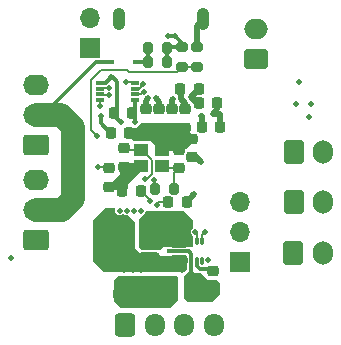
<source format=gbl>
G04 #@! TF.GenerationSoftware,KiCad,Pcbnew,(6.0.7)*
G04 #@! TF.CreationDate,2022-10-27T11:51:29+02:00*
G04 #@! TF.ProjectId,reservoirCon,72657365-7276-46f6-9972-436f6e2e6b69,rev?*
G04 #@! TF.SameCoordinates,Original*
G04 #@! TF.FileFunction,Copper,L4,Bot*
G04 #@! TF.FilePolarity,Positive*
%FSLAX46Y46*%
G04 Gerber Fmt 4.6, Leading zero omitted, Abs format (unit mm)*
G04 Created by KiCad (PCBNEW (6.0.7)) date 2022-10-27 11:51:29*
%MOMM*%
%LPD*%
G01*
G04 APERTURE LIST*
G04 Aperture macros list*
%AMRoundRect*
0 Rectangle with rounded corners*
0 $1 Rounding radius*
0 $2 $3 $4 $5 $6 $7 $8 $9 X,Y pos of 4 corners*
0 Add a 4 corners polygon primitive as box body*
4,1,4,$2,$3,$4,$5,$6,$7,$8,$9,$2,$3,0*
0 Add four circle primitives for the rounded corners*
1,1,$1+$1,$2,$3*
1,1,$1+$1,$4,$5*
1,1,$1+$1,$6,$7*
1,1,$1+$1,$8,$9*
0 Add four rect primitives between the rounded corners*
20,1,$1+$1,$2,$3,$4,$5,0*
20,1,$1+$1,$4,$5,$6,$7,0*
20,1,$1+$1,$6,$7,$8,$9,0*
20,1,$1+$1,$8,$9,$2,$3,0*%
G04 Aperture macros list end*
G04 #@! TA.AperFunction,ComponentPad*
%ADD10RoundRect,0.250000X-0.600000X-0.750000X0.600000X-0.750000X0.600000X0.750000X-0.600000X0.750000X0*%
G04 #@! TD*
G04 #@! TA.AperFunction,ComponentPad*
%ADD11O,1.700000X2.000000*%
G04 #@! TD*
G04 #@! TA.AperFunction,ComponentPad*
%ADD12R,1.700000X1.700000*%
G04 #@! TD*
G04 #@! TA.AperFunction,ComponentPad*
%ADD13O,1.700000X1.700000*%
G04 #@! TD*
G04 #@! TA.AperFunction,ComponentPad*
%ADD14RoundRect,0.250000X0.750000X-0.600000X0.750000X0.600000X-0.750000X0.600000X-0.750000X-0.600000X0*%
G04 #@! TD*
G04 #@! TA.AperFunction,ComponentPad*
%ADD15O,2.000000X1.700000*%
G04 #@! TD*
G04 #@! TA.AperFunction,ComponentPad*
%ADD16RoundRect,0.250000X0.845000X-0.620000X0.845000X0.620000X-0.845000X0.620000X-0.845000X-0.620000X0*%
G04 #@! TD*
G04 #@! TA.AperFunction,ComponentPad*
%ADD17O,2.190000X1.740000*%
G04 #@! TD*
G04 #@! TA.AperFunction,ComponentPad*
%ADD18RoundRect,0.250000X-0.600000X-0.725000X0.600000X-0.725000X0.600000X0.725000X-0.600000X0.725000X0*%
G04 #@! TD*
G04 #@! TA.AperFunction,ComponentPad*
%ADD19O,1.700000X1.950000*%
G04 #@! TD*
G04 #@! TA.AperFunction,ComponentPad*
%ADD20O,1.050000X1.900000*%
G04 #@! TD*
G04 #@! TA.AperFunction,SMDPad,CuDef*
%ADD21RoundRect,0.225000X-0.225000X-0.250000X0.225000X-0.250000X0.225000X0.250000X-0.225000X0.250000X0*%
G04 #@! TD*
G04 #@! TA.AperFunction,SMDPad,CuDef*
%ADD22RoundRect,0.250000X-0.325000X-1.100000X0.325000X-1.100000X0.325000X1.100000X-0.325000X1.100000X0*%
G04 #@! TD*
G04 #@! TA.AperFunction,SMDPad,CuDef*
%ADD23RoundRect,0.200000X-0.525000X0.200000X-0.525000X-0.200000X0.525000X-0.200000X0.525000X0.200000X0*%
G04 #@! TD*
G04 #@! TA.AperFunction,SMDPad,CuDef*
%ADD24RoundRect,0.075000X-0.075000X0.225000X-0.075000X-0.225000X0.075000X-0.225000X0.075000X0.225000X0*%
G04 #@! TD*
G04 #@! TA.AperFunction,SMDPad,CuDef*
%ADD25RoundRect,0.075000X-0.787500X0.075000X-0.787500X-0.075000X0.787500X-0.075000X0.787500X0.075000X0*%
G04 #@! TD*
G04 #@! TA.AperFunction,SMDPad,CuDef*
%ADD26RoundRect,0.225000X-0.250000X0.225000X-0.250000X-0.225000X0.250000X-0.225000X0.250000X0.225000X0*%
G04 #@! TD*
G04 #@! TA.AperFunction,SMDPad,CuDef*
%ADD27RoundRect,0.250000X0.375000X0.850000X-0.375000X0.850000X-0.375000X-0.850000X0.375000X-0.850000X0*%
G04 #@! TD*
G04 #@! TA.AperFunction,SMDPad,CuDef*
%ADD28RoundRect,0.250000X-0.650000X0.325000X-0.650000X-0.325000X0.650000X-0.325000X0.650000X0.325000X0*%
G04 #@! TD*
G04 #@! TA.AperFunction,SMDPad,CuDef*
%ADD29R,1.150000X1.000000*%
G04 #@! TD*
G04 #@! TA.AperFunction,SMDPad,CuDef*
%ADD30R,0.750000X0.300000*%
G04 #@! TD*
G04 #@! TA.AperFunction,SMDPad,CuDef*
%ADD31R,0.300000X1.700000*%
G04 #@! TD*
G04 #@! TA.AperFunction,SMDPad,CuDef*
%ADD32RoundRect,0.200000X-0.200000X-0.275000X0.200000X-0.275000X0.200000X0.275000X-0.200000X0.275000X0*%
G04 #@! TD*
G04 #@! TA.AperFunction,SMDPad,CuDef*
%ADD33RoundRect,0.225000X0.225000X0.250000X-0.225000X0.250000X-0.225000X-0.250000X0.225000X-0.250000X0*%
G04 #@! TD*
G04 #@! TA.AperFunction,SMDPad,CuDef*
%ADD34RoundRect,0.200000X0.275000X-0.200000X0.275000X0.200000X-0.275000X0.200000X-0.275000X-0.200000X0*%
G04 #@! TD*
G04 #@! TA.AperFunction,SMDPad,CuDef*
%ADD35R,0.600000X0.450000*%
G04 #@! TD*
G04 #@! TA.AperFunction,SMDPad,CuDef*
%ADD36RoundRect,0.225000X0.250000X-0.225000X0.250000X0.225000X-0.250000X0.225000X-0.250000X-0.225000X0*%
G04 #@! TD*
G04 #@! TA.AperFunction,SMDPad,CuDef*
%ADD37RoundRect,0.200000X-0.275000X0.200000X-0.275000X-0.200000X0.275000X-0.200000X0.275000X0.200000X0*%
G04 #@! TD*
G04 #@! TA.AperFunction,SMDPad,CuDef*
%ADD38RoundRect,0.218750X0.218750X0.256250X-0.218750X0.256250X-0.218750X-0.256250X0.218750X-0.256250X0*%
G04 #@! TD*
G04 #@! TA.AperFunction,ViaPad*
%ADD39C,0.500000*%
G04 #@! TD*
G04 #@! TA.AperFunction,Conductor*
%ADD40C,0.200000*%
G04 #@! TD*
G04 #@! TA.AperFunction,Conductor*
%ADD41C,0.500000*%
G04 #@! TD*
G04 #@! TA.AperFunction,Conductor*
%ADD42C,0.300000*%
G04 #@! TD*
G04 #@! TA.AperFunction,Conductor*
%ADD43C,0.127000*%
G04 #@! TD*
G04 #@! TA.AperFunction,Conductor*
%ADD44C,2.000000*%
G04 #@! TD*
G04 APERTURE END LIST*
D10*
X162250000Y-107000000D03*
D11*
X164750000Y-107000000D03*
D12*
X145000000Y-98200000D03*
D13*
X145000000Y-95660000D03*
D14*
X159000000Y-99150000D03*
D15*
X159000000Y-96650000D03*
D16*
X140420000Y-114440000D03*
D17*
X140420000Y-111900000D03*
X140420000Y-109360000D03*
D18*
X147950000Y-121700000D03*
D19*
X150450000Y-121700000D03*
X152950000Y-121700000D03*
X155450000Y-121700000D03*
D16*
X140420000Y-106440000D03*
D17*
X140420000Y-103900000D03*
X140420000Y-101360000D03*
D10*
X162250000Y-111300000D03*
D11*
X164750000Y-111300000D03*
D10*
X162200000Y-115600000D03*
D11*
X164700000Y-115600000D03*
D20*
X154575000Y-95800000D03*
X147425000Y-95800000D03*
D12*
X157700000Y-116325000D03*
D13*
X157700000Y-113785000D03*
X157700000Y-111245000D03*
D21*
X151625000Y-111300000D03*
X153175000Y-111300000D03*
D22*
X147400000Y-114000000D03*
X150350000Y-114000000D03*
D23*
X152512500Y-114700000D03*
D24*
X153562500Y-114600000D03*
X154012500Y-114600000D03*
X154462500Y-114600000D03*
X154462500Y-116300000D03*
X154012500Y-116300000D03*
X153562500Y-116300000D03*
D23*
X152512500Y-116200000D03*
D25*
X152375000Y-115450000D03*
D26*
X147900000Y-106725000D03*
X147900000Y-108275000D03*
D27*
X153975000Y-118600000D03*
X151825000Y-118600000D03*
D28*
X150000000Y-116125000D03*
X150000000Y-119075000D03*
D29*
X149325000Y-106850000D03*
X151075000Y-106850000D03*
X151075000Y-108250000D03*
X149325000Y-108250000D03*
D26*
X146600000Y-108425000D03*
X146600000Y-109975000D03*
D21*
X146725000Y-105400000D03*
X148275000Y-105400000D03*
D30*
X145850000Y-102657559D03*
X145850000Y-102157559D03*
X145850000Y-101657559D03*
X145850000Y-101157559D03*
X148750000Y-101157559D03*
X148750000Y-101657559D03*
X148750000Y-102157559D03*
X148750000Y-102657559D03*
D31*
X147300000Y-101907559D03*
D26*
X149700000Y-103425000D03*
X149700000Y-104975000D03*
D32*
X149875000Y-99400000D03*
X151525000Y-99400000D03*
D26*
X151900000Y-103425000D03*
X151900000Y-104975000D03*
D28*
X147900000Y-116125000D03*
X147900000Y-119075000D03*
D21*
X154425000Y-104900000D03*
X155975000Y-104900000D03*
D33*
X149275000Y-110300000D03*
X147725000Y-110300000D03*
D34*
X154000000Y-99825000D03*
X154000000Y-98175000D03*
D35*
X146750000Y-99400000D03*
X148850000Y-99400000D03*
D26*
X150800000Y-103425000D03*
X150800000Y-104975000D03*
D32*
X150475000Y-110200000D03*
X152125000Y-110200000D03*
D26*
X153000000Y-103425000D03*
X153000000Y-104975000D03*
D21*
X154225000Y-102900000D03*
X155775000Y-102900000D03*
D33*
X148575000Y-103700000D03*
X147025000Y-103700000D03*
D36*
X153600000Y-107475000D03*
X153600000Y-105925000D03*
X152500000Y-108375000D03*
X152500000Y-106825000D03*
D37*
X152800000Y-98175000D03*
X152800000Y-99825000D03*
D36*
X155400000Y-118675000D03*
X155400000Y-117125000D03*
D32*
X149875000Y-98200000D03*
X151525000Y-98200000D03*
D38*
X154187500Y-101700000D03*
X152612500Y-101700000D03*
D39*
X149600000Y-109300000D03*
X151300000Y-105800000D03*
X147600000Y-109200000D03*
X149800000Y-105800000D03*
X156000000Y-103800000D03*
X162700000Y-101100000D03*
X155000000Y-116175000D03*
X148300000Y-109200000D03*
X153800000Y-110600000D03*
X152800000Y-117000000D03*
X149300000Y-117000000D03*
X146400000Y-115000000D03*
X149100000Y-105800000D03*
X155400000Y-103800000D03*
X163509250Y-104095000D03*
X146400000Y-113600000D03*
X146400000Y-114300000D03*
X150500000Y-105800000D03*
X148600000Y-117000000D03*
X138300000Y-116000000D03*
X146754709Y-100707559D03*
X147900000Y-117000000D03*
X147600000Y-104500000D03*
X146400000Y-113000000D03*
X147600000Y-117800000D03*
X150500000Y-117800000D03*
X163700000Y-103000000D03*
X148400000Y-117800000D03*
X162400000Y-103000000D03*
X149100000Y-117800000D03*
X154400000Y-104000000D03*
X145900000Y-104000000D03*
X145700000Y-108300000D03*
X149800000Y-117800000D03*
X150526503Y-102500000D03*
X150100000Y-111200000D03*
X148748418Y-104500000D03*
X154400000Y-107900000D03*
X152700000Y-102548500D03*
X153500000Y-102400000D03*
X148100000Y-112000000D03*
X148700000Y-112000000D03*
X147500000Y-112000000D03*
X149300000Y-112000000D03*
X153100000Y-112800000D03*
X153100000Y-113500000D03*
X151600000Y-113500000D03*
X151600000Y-112800000D03*
X149900000Y-102500000D03*
X152000000Y-102555379D03*
X150637221Y-111522333D03*
X154700000Y-113800000D03*
X153900000Y-113800000D03*
X152200000Y-97200000D03*
X151600000Y-97200000D03*
X150400000Y-109400000D03*
X145800000Y-103107559D03*
X145600000Y-105700000D03*
X146600000Y-102234062D03*
X146600000Y-101607559D03*
X148000000Y-101107559D03*
X149501502Y-101291619D03*
X149517907Y-101917907D03*
D40*
X150200000Y-108900000D02*
X150200000Y-107725000D01*
X148025000Y-106850000D02*
X147900000Y-106725000D01*
X149600000Y-109300000D02*
X149800000Y-109300000D01*
X149325000Y-106850000D02*
X148025000Y-106850000D01*
X149800000Y-109300000D02*
X150200000Y-108900000D01*
X150200000Y-107725000D02*
X149325000Y-106850000D01*
D41*
X153800000Y-110600000D02*
X153175000Y-111225000D01*
D42*
X147300000Y-104200000D02*
X147300000Y-101907559D01*
D41*
X147925000Y-109825000D02*
X147925000Y-110100000D01*
X147925000Y-109575000D02*
X147925000Y-109525000D01*
X148300000Y-109200000D02*
X147925000Y-109575000D01*
X155975000Y-103825000D02*
X156000000Y-103800000D01*
X147925000Y-108250000D02*
X147925000Y-108825000D01*
X155775000Y-103425000D02*
X155400000Y-103800000D01*
D42*
X146900000Y-100707559D02*
X147300000Y-101107559D01*
D40*
X152500000Y-106825000D02*
X151100000Y-106825000D01*
D41*
X153175000Y-111225000D02*
X153175000Y-111300000D01*
X146600000Y-109975000D02*
X147775000Y-109975000D01*
D42*
X146754709Y-100707559D02*
X146900000Y-100707559D01*
D41*
X154000000Y-96375000D02*
X154575000Y-95800000D01*
D40*
X147925000Y-108250000D02*
X147900000Y-108275000D01*
D42*
X147600000Y-104500000D02*
X147300000Y-104200000D01*
D41*
X154000000Y-98175000D02*
X154000000Y-96375000D01*
X155975000Y-104900000D02*
X155975000Y-103825000D01*
D42*
X147300000Y-101107559D02*
X147300000Y-101907559D01*
D41*
X147925000Y-109525000D02*
X147600000Y-109200000D01*
X147925000Y-110100000D02*
X147725000Y-110300000D01*
X155400000Y-103800000D02*
X156000000Y-103800000D01*
D42*
X146304709Y-101157559D02*
X146754709Y-100707559D01*
D41*
X147775000Y-109975000D02*
X147925000Y-109825000D01*
X147925000Y-109575000D02*
X147925000Y-109825000D01*
X155775000Y-102900000D02*
X155775000Y-103425000D01*
X149325000Y-108250000D02*
X147925000Y-108250000D01*
X147925000Y-108825000D02*
X148300000Y-109200000D01*
D42*
X145850000Y-101157559D02*
X146304709Y-101157559D01*
D40*
X151100000Y-106825000D02*
X151075000Y-106850000D01*
X152125000Y-108750000D02*
X152500000Y-108375000D01*
X152500000Y-108375000D02*
X151200000Y-108375000D01*
X151200000Y-108375000D02*
X151075000Y-108250000D01*
X152125000Y-110200000D02*
X152125000Y-108750000D01*
X145700000Y-108300000D02*
X146475000Y-108300000D01*
D41*
X153600000Y-107475000D02*
X153975000Y-107475000D01*
D42*
X145900000Y-104600000D02*
X145900000Y-104000000D01*
D41*
X153975000Y-107475000D02*
X154400000Y-107900000D01*
D40*
X146475000Y-108300000D02*
X146600000Y-108425000D01*
D41*
X153000000Y-102848500D02*
X153000000Y-103425000D01*
D42*
X148750000Y-104050000D02*
X148750000Y-104498418D01*
D40*
X154425000Y-104025000D02*
X154400000Y-104000000D01*
D41*
X150526503Y-102500000D02*
X150800000Y-102773497D01*
D43*
X148748418Y-104500000D02*
X148750000Y-104498418D01*
D41*
X152700000Y-102548500D02*
X153000000Y-102848500D01*
X154425000Y-104900000D02*
X154425000Y-104025000D01*
D43*
X148750000Y-104498418D02*
X148750000Y-103657559D01*
D40*
X150100000Y-111200000D02*
X150100000Y-111125000D01*
D41*
X152700000Y-102548500D02*
X152700000Y-101787500D01*
D42*
X145900000Y-104600000D02*
X146700000Y-105400000D01*
D40*
X150100000Y-111125000D02*
X149275000Y-110300000D01*
D42*
X148750000Y-102657559D02*
X148750000Y-103657559D01*
D41*
X150800000Y-102773497D02*
X150800000Y-103425000D01*
X152700000Y-101787500D02*
X152612500Y-101700000D01*
D42*
X146725000Y-105400000D02*
X146700000Y-105400000D01*
D41*
X154187500Y-101712500D02*
X153500000Y-102400000D01*
X154000000Y-102900000D02*
X153500000Y-102400000D01*
X154187500Y-101700000D02*
X154187500Y-101712500D01*
X154225000Y-102900000D02*
X154000000Y-102900000D01*
D44*
X143500000Y-111000000D02*
X142600000Y-111900000D01*
X140420000Y-103900000D02*
X142500000Y-103900000D01*
X142500000Y-103900000D02*
X143500000Y-104900000D01*
D42*
X141000000Y-103900000D02*
X140420000Y-103900000D01*
D44*
X143500000Y-104900000D02*
X143500000Y-111000000D01*
D42*
X145500000Y-99400000D02*
X141000000Y-103900000D01*
X146750000Y-99400000D02*
X145500000Y-99400000D01*
D44*
X142600000Y-111900000D02*
X140420000Y-111900000D01*
D41*
X149700000Y-102700000D02*
X149700000Y-103425000D01*
D40*
X150637221Y-111522333D02*
X150859554Y-111300000D01*
D41*
X149900000Y-102500000D02*
X149700000Y-102700000D01*
X151900000Y-102655379D02*
X151900000Y-103425000D01*
X152000000Y-102555379D02*
X151900000Y-102655379D01*
D40*
X150859554Y-111300000D02*
X151625000Y-111300000D01*
D42*
X153562500Y-115662500D02*
X153562500Y-116300000D01*
X152375000Y-115450000D02*
X153350000Y-115450000D01*
X155400000Y-118675000D02*
X154050000Y-118675000D01*
X154050000Y-118675000D02*
X153975000Y-118600000D01*
X153562500Y-118187500D02*
X153975000Y-118600000D01*
X153562500Y-116300000D02*
X153562500Y-118187500D01*
X153350000Y-115450000D02*
X153562500Y-115662500D01*
X155175000Y-116900000D02*
X155400000Y-117125000D01*
X154264697Y-116900000D02*
X155175000Y-116900000D01*
X154012500Y-116300000D02*
X154012500Y-116647803D01*
X154012500Y-116647803D02*
X154264697Y-116900000D01*
D40*
X154462500Y-114037500D02*
X154462500Y-114600000D01*
X154700000Y-113800000D02*
X154462500Y-114037500D01*
X154012500Y-114600000D02*
X154012500Y-113912500D01*
X154012500Y-113912500D02*
X153900000Y-113800000D01*
D42*
X149875000Y-99400000D02*
X149875000Y-98200000D01*
X148850000Y-99400000D02*
X149875000Y-99400000D01*
X151550000Y-98175000D02*
X151525000Y-98200000D01*
X151600000Y-97200000D02*
X152200000Y-97200000D01*
X152800000Y-97800000D02*
X152200000Y-97200000D01*
X151525000Y-99400000D02*
X151525000Y-98200000D01*
X152800000Y-98175000D02*
X152800000Y-97800000D01*
X152800000Y-98175000D02*
X151550000Y-98175000D01*
D40*
X150475000Y-109475000D02*
X150475000Y-110200000D01*
X150400000Y-109400000D02*
X150475000Y-109475000D01*
D43*
X145800000Y-103107559D02*
X145800000Y-102707559D01*
X145800000Y-102707559D02*
X145850000Y-102657559D01*
D40*
X154000000Y-99825000D02*
X152800000Y-99825000D01*
X145100000Y-100900000D02*
X145100000Y-105200000D01*
X148300000Y-100300000D02*
X148100000Y-100100000D01*
X152325000Y-100300000D02*
X148300000Y-100300000D01*
X145100000Y-105200000D02*
X145600000Y-105700000D01*
X145900000Y-100100000D02*
X145100000Y-100900000D01*
X148100000Y-100100000D02*
X145900000Y-100100000D01*
X152800000Y-99825000D02*
X152325000Y-100300000D01*
D43*
X146600000Y-102234062D02*
X145926503Y-102234062D01*
X145926503Y-102234062D02*
X145850000Y-102157559D01*
X146600000Y-101607559D02*
X145900000Y-101607559D01*
X145900000Y-101607559D02*
X145850000Y-101657559D01*
X148000000Y-101107559D02*
X148700000Y-101107559D01*
X148700000Y-101107559D02*
X148750000Y-101157559D01*
X149315500Y-101477621D02*
X149315500Y-101498059D01*
X149501502Y-101291619D02*
X149315500Y-101477621D01*
X149315500Y-101498059D02*
X149156000Y-101657559D01*
X149156000Y-101657559D02*
X148750000Y-101657559D01*
X149517907Y-101917907D02*
X149278255Y-102157559D01*
X149278255Y-102157559D02*
X148750000Y-102157559D01*
G04 #@! TA.AperFunction,Conductor*
G36*
X149493306Y-108418306D02*
G01*
X149511612Y-108462500D01*
X149493306Y-108506694D01*
X148100000Y-109900000D01*
X148100000Y-110137500D01*
X148081694Y-110181694D01*
X148037500Y-110200000D01*
X146862500Y-110200000D01*
X146818306Y-110181694D01*
X146800000Y-110137500D01*
X146800000Y-109625888D01*
X146818306Y-109581694D01*
X147500000Y-108900000D01*
X147500000Y-108462500D01*
X147518306Y-108418306D01*
X147562500Y-108400000D01*
X149449112Y-108400000D01*
X149493306Y-108418306D01*
G37*
G04 #@! TD.AperFunction*
G04 #@! TA.AperFunction,Conductor*
G36*
X147122087Y-111818306D02*
G01*
X147140393Y-111862500D01*
X147137692Y-111879553D01*
X147136500Y-111881892D01*
X147117794Y-112000000D01*
X147136500Y-112118108D01*
X147190789Y-112224655D01*
X147275345Y-112309211D01*
X147279724Y-112311442D01*
X147377511Y-112361268D01*
X147377512Y-112361268D01*
X147381892Y-112363500D01*
X147500000Y-112382206D01*
X147618108Y-112363500D01*
X147622488Y-112361268D01*
X147622489Y-112361268D01*
X147720276Y-112311442D01*
X147724655Y-112309211D01*
X147755806Y-112278060D01*
X147800000Y-112259754D01*
X147844194Y-112278060D01*
X147875345Y-112309211D01*
X147879724Y-112311442D01*
X147977511Y-112361268D01*
X147977512Y-112361268D01*
X147981892Y-112363500D01*
X148100000Y-112382206D01*
X148104855Y-112381437D01*
X148104856Y-112381437D01*
X148139514Y-112375948D01*
X148186028Y-112387116D01*
X148193485Y-112393485D01*
X148781694Y-112981694D01*
X148800000Y-113025888D01*
X148800000Y-115200000D01*
X149400000Y-115800000D01*
X152874112Y-115800000D01*
X152918306Y-115818306D01*
X153181694Y-116081694D01*
X153200000Y-116125888D01*
X153200000Y-116874112D01*
X153181694Y-116918306D01*
X152918306Y-117181694D01*
X152874112Y-117200000D01*
X146225888Y-117200000D01*
X146181694Y-117181694D01*
X145218306Y-116218306D01*
X145200000Y-116174112D01*
X145200000Y-112825888D01*
X145218306Y-112781694D01*
X146181694Y-111818306D01*
X146225888Y-111800000D01*
X147077893Y-111800000D01*
X147122087Y-111818306D01*
G37*
G04 #@! TD.AperFunction*
G04 #@! TA.AperFunction,Conductor*
G36*
X153289988Y-104618306D02*
G01*
X153307666Y-104653661D01*
X153400000Y-105300000D01*
X153681694Y-105581694D01*
X153700000Y-105625888D01*
X153700000Y-106174112D01*
X153681694Y-106218306D01*
X153118306Y-106781694D01*
X153074112Y-106800000D01*
X150825888Y-106800000D01*
X150781694Y-106781694D01*
X150100000Y-106100000D01*
X148725888Y-106100000D01*
X148681694Y-106081694D01*
X148418306Y-105818306D01*
X148400000Y-105774112D01*
X148400000Y-105062500D01*
X148418306Y-105018306D01*
X148462500Y-105000000D01*
X148900000Y-105000000D01*
X149281694Y-104618306D01*
X149325888Y-104600000D01*
X153245794Y-104600000D01*
X153289988Y-104618306D01*
G37*
G04 #@! TD.AperFunction*
G04 #@! TA.AperFunction,Conductor*
G36*
X152118306Y-117518306D02*
G01*
X152281694Y-117681694D01*
X152300000Y-117725888D01*
X152300000Y-119674112D01*
X152281694Y-119718306D01*
X151818306Y-120181694D01*
X151774112Y-120200000D01*
X147525888Y-120200000D01*
X147481694Y-120181694D01*
X147018306Y-119718306D01*
X147000000Y-119674112D01*
X147000000Y-117925888D01*
X147018306Y-117881694D01*
X147381694Y-117518306D01*
X147425888Y-117500000D01*
X152074112Y-117500000D01*
X152118306Y-117518306D01*
G37*
G04 #@! TD.AperFunction*
G04 #@! TA.AperFunction,Conductor*
G36*
X153618306Y-117018306D02*
G01*
X153900000Y-117300000D01*
X154374112Y-117300000D01*
X154418306Y-117318306D01*
X155000000Y-117900000D01*
X155774112Y-117900000D01*
X155818306Y-117918306D01*
X155981694Y-118081694D01*
X156000000Y-118125888D01*
X156000000Y-119074112D01*
X155981694Y-119118306D01*
X155418306Y-119681694D01*
X155374112Y-119700000D01*
X153225888Y-119700000D01*
X153181694Y-119681694D01*
X152918306Y-119418306D01*
X152900000Y-119374112D01*
X152900000Y-117625888D01*
X152918306Y-117581694D01*
X153481694Y-117018306D01*
X153525888Y-117000000D01*
X153574112Y-117000000D01*
X153618306Y-117018306D01*
G37*
G04 #@! TD.AperFunction*
G04 #@! TA.AperFunction,Conductor*
G36*
X152918306Y-112018306D02*
G01*
X153681694Y-112781694D01*
X153700000Y-112825888D01*
X153700000Y-113441982D01*
X153681694Y-113486176D01*
X153677696Y-113489591D01*
X153675345Y-113490789D01*
X153590789Y-113575345D01*
X153536500Y-113681892D01*
X153517794Y-113800000D01*
X153536500Y-113918108D01*
X153590789Y-114024655D01*
X153675345Y-114109211D01*
X153675326Y-114109230D01*
X153699231Y-114148242D01*
X153700000Y-114158018D01*
X153700000Y-115037500D01*
X153681694Y-115081694D01*
X153637500Y-115100000D01*
X151200000Y-115100000D01*
X151018306Y-115281694D01*
X150974112Y-115300000D01*
X149325888Y-115300000D01*
X149281694Y-115281694D01*
X149118306Y-115118306D01*
X149100000Y-115074112D01*
X149100000Y-112725888D01*
X149118306Y-112681694D01*
X149448606Y-112351394D01*
X149464425Y-112339900D01*
X149520276Y-112311442D01*
X149524655Y-112309211D01*
X149609211Y-112224655D01*
X149639900Y-112164425D01*
X149651394Y-112148606D01*
X149781694Y-112018306D01*
X149825888Y-112000000D01*
X152874112Y-112000000D01*
X152918306Y-112018306D01*
G37*
G04 #@! TD.AperFunction*
M02*

</source>
